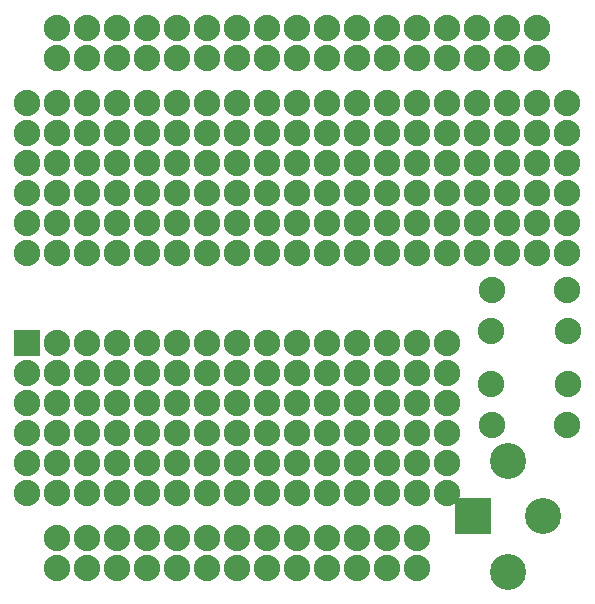
<source format=gts>
G04 (created by PCBNEW-RS274X (2011-11-27 BZR 3249)-stable) date 1/26/2012 8:48:17 PM*
G01*
G70*
G90*
%MOIN*%
G04 Gerber Fmt 3.4, Leading zero omitted, Abs format*
%FSLAX34Y34*%
G04 APERTURE LIST*
%ADD10C,0.006000*%
%ADD11C,0.088000*%
%ADD12R,0.088000X0.088000*%
%ADD13C,0.120000*%
%ADD14R,0.120000X0.120000*%
G04 APERTURE END LIST*
G54D10*
G54D11*
X61970Y-42886D03*
X61970Y-41114D03*
X64530Y-42886D03*
X64530Y-41114D03*
X62000Y-44250D03*
X47500Y-36500D03*
X47500Y-37500D03*
X47500Y-35500D03*
X48500Y-36500D03*
X48500Y-37500D03*
X48500Y-35500D03*
X49500Y-36500D03*
X49500Y-37500D03*
X49500Y-35500D03*
X50500Y-36500D03*
X50500Y-37500D03*
X50500Y-35500D03*
X51500Y-36500D03*
X51500Y-37500D03*
X51500Y-35500D03*
X52500Y-36500D03*
X52500Y-37500D03*
X52500Y-35500D03*
X53500Y-36500D03*
X53500Y-37500D03*
X53500Y-35500D03*
X54500Y-36500D03*
X54500Y-37500D03*
X54500Y-35500D03*
X55500Y-36500D03*
X55500Y-37500D03*
X55500Y-35500D03*
X56500Y-36500D03*
X56500Y-37500D03*
X56500Y-35500D03*
X57500Y-36500D03*
X57500Y-37500D03*
X57500Y-35500D03*
X58500Y-36500D03*
X58500Y-37500D03*
X58500Y-35500D03*
X59500Y-36500D03*
X59500Y-37500D03*
X59500Y-35500D03*
X60500Y-36500D03*
X60500Y-35500D03*
X56500Y-43500D03*
X56500Y-44500D03*
X56500Y-42500D03*
X60500Y-42500D03*
X60500Y-41500D03*
X63500Y-38500D03*
X63500Y-37500D03*
X63500Y-36500D03*
X63500Y-35500D03*
X63500Y-34500D03*
X63500Y-33500D03*
X64500Y-38500D03*
X64500Y-37500D03*
X64500Y-36500D03*
X64500Y-35500D03*
X64500Y-34500D03*
X64500Y-33500D03*
X46500Y-43500D03*
X46500Y-44500D03*
X46500Y-42500D03*
X47500Y-43500D03*
X47500Y-44500D03*
X47500Y-42500D03*
X48500Y-43500D03*
X48500Y-44500D03*
X48500Y-42500D03*
X49500Y-43500D03*
X49500Y-44500D03*
X49500Y-42500D03*
X50500Y-43500D03*
X50500Y-44500D03*
X50500Y-42500D03*
X51500Y-43500D03*
X51500Y-44500D03*
X51500Y-42500D03*
X52500Y-43500D03*
X52500Y-44500D03*
X52500Y-42500D03*
X53500Y-43500D03*
X53500Y-44500D03*
X53500Y-42500D03*
X54500Y-43500D03*
X54500Y-44500D03*
X54500Y-42500D03*
X55500Y-43500D03*
X55500Y-44500D03*
X55500Y-42500D03*
X57500Y-43500D03*
X57500Y-44500D03*
X57500Y-42500D03*
X58500Y-43500D03*
X58500Y-44500D03*
X58500Y-42500D03*
X59500Y-43500D03*
X59500Y-44500D03*
X59500Y-42500D03*
X60500Y-38500D03*
X60500Y-37500D03*
X62000Y-39750D03*
X60500Y-44500D03*
X60500Y-43500D03*
X46500Y-45500D03*
X47500Y-45500D03*
X48500Y-45500D03*
X49500Y-45500D03*
X50500Y-45500D03*
X51500Y-45500D03*
X52500Y-45500D03*
X52500Y-34500D03*
X51500Y-34500D03*
X50500Y-34500D03*
X49500Y-34500D03*
X48500Y-34500D03*
X47500Y-34500D03*
X46500Y-34500D03*
X46500Y-46500D03*
X47500Y-46500D03*
X48500Y-46500D03*
X49500Y-46500D03*
X50500Y-46500D03*
X51500Y-46500D03*
X52500Y-46500D03*
X52500Y-33500D03*
X51500Y-33500D03*
X50500Y-33500D03*
X49500Y-33500D03*
X48500Y-33500D03*
X47500Y-33500D03*
X46500Y-33500D03*
X55500Y-32000D03*
X56500Y-32000D03*
X57500Y-32000D03*
X58500Y-32000D03*
X59500Y-32000D03*
X60500Y-32000D03*
X61500Y-32000D03*
X62500Y-32000D03*
X63500Y-32000D03*
X47500Y-32000D03*
X48500Y-32000D03*
X54500Y-32000D03*
X53500Y-32000D03*
X52500Y-32000D03*
X51500Y-32000D03*
X50500Y-32000D03*
X49500Y-32000D03*
X55500Y-31000D03*
X56500Y-31000D03*
X57500Y-31000D03*
X58500Y-31000D03*
X59500Y-31000D03*
X60500Y-31000D03*
X61500Y-31000D03*
X62500Y-31000D03*
X63500Y-31000D03*
X47500Y-31000D03*
X48500Y-31000D03*
X54500Y-31000D03*
X53500Y-31000D03*
X52500Y-31000D03*
X51500Y-31000D03*
X50500Y-31000D03*
X49500Y-31000D03*
X60500Y-46500D03*
X59500Y-46500D03*
X58500Y-46500D03*
X57500Y-46500D03*
X56500Y-46500D03*
X55500Y-46500D03*
X54500Y-46500D03*
X53500Y-46500D03*
X60500Y-33500D03*
X59500Y-33500D03*
X58500Y-33500D03*
X57500Y-33500D03*
X56500Y-33500D03*
X55500Y-33500D03*
X54500Y-33500D03*
X53500Y-33500D03*
X60500Y-45500D03*
X59500Y-45500D03*
X58500Y-45500D03*
X57500Y-45500D03*
X56500Y-45500D03*
X55500Y-45500D03*
X54500Y-45500D03*
X53500Y-45500D03*
X60500Y-34500D03*
X59500Y-34500D03*
X58500Y-34500D03*
X57500Y-34500D03*
X56500Y-34500D03*
X55500Y-34500D03*
X54500Y-34500D03*
X53500Y-34500D03*
X47500Y-41500D03*
X48500Y-41500D03*
X49500Y-41500D03*
X50500Y-41500D03*
X51500Y-41500D03*
X52500Y-41500D03*
X53500Y-41500D03*
X54500Y-41500D03*
X55500Y-41500D03*
X56500Y-41500D03*
X57500Y-41500D03*
X58500Y-41500D03*
X59500Y-41500D03*
G54D12*
X46500Y-41500D03*
G54D11*
X59500Y-38500D03*
X58500Y-38500D03*
X57500Y-38500D03*
X56500Y-38500D03*
X55500Y-38500D03*
X54500Y-38500D03*
X53500Y-38500D03*
X52500Y-38500D03*
X51500Y-38500D03*
X50500Y-38500D03*
X49500Y-38500D03*
X48500Y-38500D03*
X47500Y-38500D03*
X46500Y-38500D03*
X46500Y-36500D03*
X46500Y-37500D03*
X46500Y-35500D03*
X53500Y-49000D03*
X54500Y-49000D03*
X55500Y-49000D03*
X56500Y-49000D03*
X57500Y-49000D03*
X58500Y-49000D03*
X59500Y-49000D03*
X52500Y-49000D03*
X51500Y-49000D03*
X50500Y-49000D03*
X49500Y-49000D03*
X48500Y-49000D03*
X47500Y-49000D03*
X53500Y-48000D03*
X54500Y-48000D03*
X55500Y-48000D03*
X56500Y-48000D03*
X57500Y-48000D03*
X58500Y-48000D03*
X59500Y-48000D03*
X52500Y-48000D03*
X51500Y-48000D03*
X50500Y-48000D03*
X49500Y-48000D03*
X48500Y-48000D03*
X47500Y-48000D03*
X64500Y-44250D03*
X64500Y-39750D03*
X61500Y-38500D03*
X61500Y-37500D03*
X61500Y-36500D03*
X61500Y-35500D03*
X61500Y-34500D03*
X61500Y-33500D03*
X62500Y-38500D03*
X62500Y-37500D03*
X62500Y-36500D03*
X62500Y-35500D03*
X62500Y-34500D03*
X62500Y-33500D03*
G54D13*
X63700Y-47275D03*
G54D14*
X61338Y-47275D03*
G54D13*
X62519Y-45425D03*
X62519Y-49125D03*
M02*

</source>
